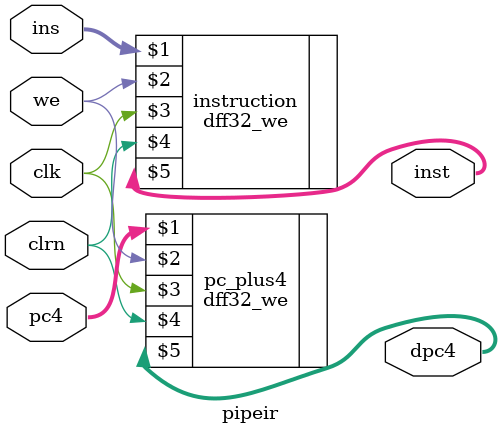
<source format=v>
`timescale 1ns / 1ps


// Company: 

// Engineer: 

// 

// Create Date:    17:22:14 10/25/2012 

// Design Name: 

// Module Name:    pipeir 

// Project Name: 

// Target Devices: 

// Tool versions: 

// Description: 

//

// Dependencies: 

//

// Revision: 

// Revision 0.01 - File Created

// Additional Comments: 

//

//////////////////////////////////////////////////////////////////////////////////

module pipeir(pc4,ins,clk,clrn,dpc4,inst,we

    );

     //add we

     input we;

     //add we
	 input [31:0] pc4,ins;

	 input clk,clrn;

	 output [31:0] dpc4,inst;

     dff32_we pc_plus4 (pc4,we,clk,clrn,dpc4);

	 dff32_we instruction (ins,we,clk,clrn,inst);

endmodule


</source>
